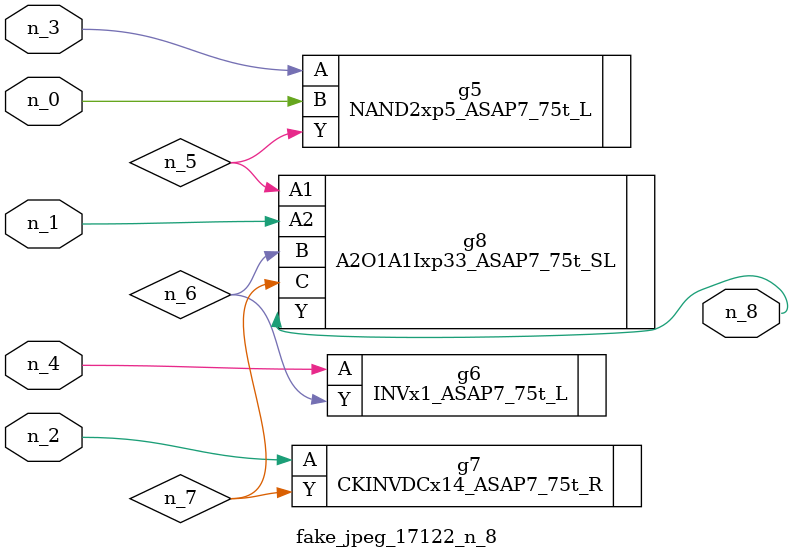
<source format=v>
module fake_jpeg_17122_n_8 (n_3, n_2, n_1, n_0, n_4, n_8);

input n_3;
input n_2;
input n_1;
input n_0;
input n_4;

output n_8;

wire n_6;
wire n_5;
wire n_7;

NAND2xp5_ASAP7_75t_L g5 ( 
.A(n_3),
.B(n_0),
.Y(n_5)
);

INVx1_ASAP7_75t_L g6 ( 
.A(n_4),
.Y(n_6)
);

CKINVDCx14_ASAP7_75t_R g7 ( 
.A(n_2),
.Y(n_7)
);

A2O1A1Ixp33_ASAP7_75t_SL g8 ( 
.A1(n_5),
.A2(n_1),
.B(n_6),
.C(n_7),
.Y(n_8)
);


endmodule
</source>
